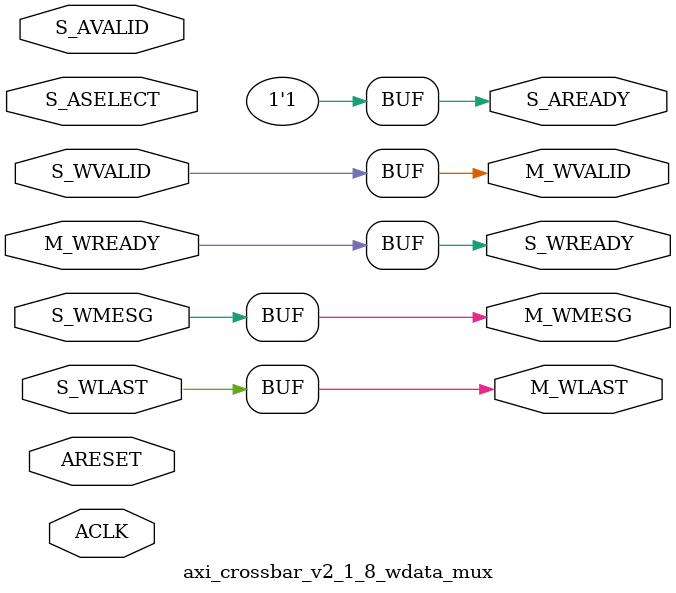
<source format=v>

`timescale 1ps/1ps
`default_nettype none

(* DowngradeIPIdentifiedWarnings="yes" *) 
module axi_crossbar_v2_1_8_wdata_mux #
  (
   parameter         C_FAMILY       = "none", // FPGA Family.
   parameter integer C_WMESG_WIDTH            =  1, // Width of W-channel payload.
   parameter integer C_NUM_SLAVE_SLOTS     =  1, // Number of S_* ports.
   parameter integer C_SELECT_WIDTH      =  1, // Width of ASELECT.
   parameter integer C_FIFO_DEPTH_LOG     =  0 // Queue depth = 2**C_FIFO_DEPTH_LOG.
   )
  (
   // System Signals
   input  wire                                        ACLK,
   input  wire                                        ARESET,
   // Slave Data Ports
   input  wire [C_NUM_SLAVE_SLOTS*C_WMESG_WIDTH-1:0]     S_WMESG,
   input  wire [C_NUM_SLAVE_SLOTS-1:0]                S_WLAST,
   input  wire [C_NUM_SLAVE_SLOTS-1:0]                S_WVALID,
   output wire [C_NUM_SLAVE_SLOTS-1:0]                S_WREADY,
   // Master Data Ports
   output wire [C_WMESG_WIDTH-1:0]                       M_WMESG,
   output wire                                        M_WLAST,
   output wire                                        M_WVALID,
   input  wire                                        M_WREADY,
   // Write Command Ports
   input  wire [C_SELECT_WIDTH-1:0]                 S_ASELECT,  // SI-slot index from AW arbiter
   input  wire                                        S_AVALID,
   output wire                                        S_AREADY
   );

  localparam integer P_FIFO_DEPTH_LOG = (C_FIFO_DEPTH_LOG <= 5) ? C_FIFO_DEPTH_LOG : 5;  // Max depth = 32
  
  // Decode select input to 1-hot
  function [C_NUM_SLAVE_SLOTS-1:0] f_decoder (
      input [C_SELECT_WIDTH-1:0] sel
    );
    integer i;
    begin
      for (i=0; i<C_NUM_SLAVE_SLOTS; i=i+1) begin
        f_decoder[i] = (sel == i);
      end
    end
  endfunction

  wire                                          m_valid_i;
  wire                                          m_last_i;
  wire [C_NUM_SLAVE_SLOTS-1:0]             m_select_hot;
  wire [C_SELECT_WIDTH-1:0]                 m_select_enc;
  wire                                          m_avalid;
  wire                                          m_aready;
  
  generate
    if (C_NUM_SLAVE_SLOTS>1) begin : gen_wmux
      // SI-side write command queue
      axi_data_fifo_v2_1_6_axic_reg_srl_fifo #
        (
         .C_FAMILY          (C_FAMILY),
         .C_FIFO_WIDTH      (C_SELECT_WIDTH),
         .C_FIFO_DEPTH_LOG  (P_FIFO_DEPTH_LOG),
         .C_USE_FULL        (0)
         )
        wmux_aw_fifo
          (
           .ACLK    (ACLK),
           .ARESET  (ARESET),
           .S_MESG  (S_ASELECT),
           .S_VALID (S_AVALID),
           .S_READY (S_AREADY),
           .M_MESG  (m_select_enc),
           .M_VALID (m_avalid),
           .M_READY (m_aready)
           );
    
      assign m_select_hot = f_decoder(m_select_enc);
      
      // Instantiate MUX
      generic_baseblocks_v2_1_0_mux_enc # 
        (
         .C_FAMILY      ("rtl"),
         .C_RATIO       (C_NUM_SLAVE_SLOTS),
         .C_SEL_WIDTH   (C_SELECT_WIDTH),
         .C_DATA_WIDTH  (C_WMESG_WIDTH)
        ) mux_w 
        (
         .S   (m_select_enc),
         .A   (S_WMESG),
         .O   (M_WMESG),
         .OE  (1'b1)
        ); 
        
      assign m_last_i  = |(S_WLAST & m_select_hot);
      assign m_valid_i = |(S_WVALID & m_select_hot);
      
      assign m_aready = m_valid_i & m_avalid & m_last_i & M_WREADY;
      assign M_WLAST = m_last_i;
      assign M_WVALID = m_valid_i & m_avalid;
      assign S_WREADY = m_select_hot & {C_NUM_SLAVE_SLOTS{m_avalid & M_WREADY}};
    end else begin : gen_no_wmux
      assign S_AREADY = 1'b1;
      assign M_WVALID = S_WVALID;
      assign S_WREADY = M_WREADY;
      assign M_WLAST = S_WLAST;
      assign M_WMESG = S_WMESG;
    end
  endgenerate
  
endmodule

`default_nettype wire

</source>
